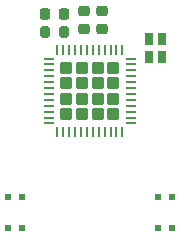
<source format=gbr>
%TF.GenerationSoftware,KiCad,Pcbnew,(5.99.0-10506-gb986797469)*%
%TF.CreationDate,2021-09-09T23:38:44+02:00*%
%TF.ProjectId,ESP31,45535033-312e-46b6-9963-61645f706362,rev?*%
%TF.SameCoordinates,Original*%
%TF.FileFunction,Paste,Top*%
%TF.FilePolarity,Positive*%
%FSLAX46Y46*%
G04 Gerber Fmt 4.6, Leading zero omitted, Abs format (unit mm)*
G04 Created by KiCad (PCBNEW (5.99.0-10506-gb986797469)) date 2021-09-09 23:38:44*
%MOMM*%
%LPD*%
G01*
G04 APERTURE LIST*
G04 Aperture macros list*
%AMRoundRect*
0 Rectangle with rounded corners*
0 $1 Rounding radius*
0 $2 $3 $4 $5 $6 $7 $8 $9 X,Y pos of 4 corners*
0 Add a 4 corners polygon primitive as box body*
4,1,4,$2,$3,$4,$5,$6,$7,$8,$9,$2,$3,0*
0 Add four circle primitives for the rounded corners*
1,1,$1+$1,$2,$3*
1,1,$1+$1,$4,$5*
1,1,$1+$1,$6,$7*
1,1,$1+$1,$8,$9*
0 Add four rect primitives between the rounded corners*
20,1,$1+$1,$2,$3,$4,$5,0*
20,1,$1+$1,$4,$5,$6,$7,0*
20,1,$1+$1,$6,$7,$8,$9,0*
20,1,$1+$1,$8,$9,$2,$3,0*%
G04 Aperture macros list end*
%ADD10RoundRect,0.225000X-0.225000X-0.250000X0.225000X-0.250000X0.225000X0.250000X-0.225000X0.250000X0*%
%ADD11RoundRect,0.225000X-0.250000X0.225000X-0.250000X-0.225000X0.250000X-0.225000X0.250000X0.225000X0*%
%ADD12RoundRect,0.250000X-0.285000X0.285000X-0.285000X-0.285000X0.285000X-0.285000X0.285000X0.285000X0*%
%ADD13RoundRect,0.062500X-0.062500X0.337500X-0.062500X-0.337500X0.062500X-0.337500X0.062500X0.337500X0*%
%ADD14RoundRect,0.062500X-0.337500X0.062500X-0.337500X-0.062500X0.337500X-0.062500X0.337500X0.062500X0*%
%ADD15RoundRect,0.200000X0.200000X0.275000X-0.200000X0.275000X-0.200000X-0.275000X0.200000X-0.275000X0*%
%ADD16R,0.600000X0.600000*%
%ADD17R,0.800000X1.000000*%
G04 APERTURE END LIST*
D10*
%TO.C,C1*%
X107725000Y-96500000D03*
X109275000Y-96500000D03*
%TD*%
D11*
%TO.C,C2*%
X111000000Y-96225000D03*
X111000000Y-97775000D03*
%TD*%
%TO.C,C3*%
X112500000Y-96225000D03*
X112500000Y-97775000D03*
%TD*%
D12*
%TO.C,U1*%
X113480000Y-104980000D03*
X112160000Y-102340000D03*
X112160000Y-104980000D03*
X113480000Y-103660000D03*
X113480000Y-102340000D03*
X112160000Y-103660000D03*
X110840000Y-101020000D03*
X109520000Y-103660000D03*
X112160000Y-101020000D03*
X113480000Y-101020000D03*
X110840000Y-102340000D03*
X109520000Y-102340000D03*
X109520000Y-104980000D03*
X109520000Y-101020000D03*
X110840000Y-104980000D03*
X110840000Y-103660000D03*
D13*
X114250000Y-99550000D03*
X113750000Y-99550000D03*
X113250000Y-99550000D03*
X112750000Y-99550000D03*
X112250000Y-99550000D03*
X111750000Y-99550000D03*
X111250000Y-99550000D03*
X110750000Y-99550000D03*
X110250000Y-99550000D03*
X109750000Y-99550000D03*
X109250000Y-99550000D03*
X108750000Y-99550000D03*
D14*
X108050000Y-100250000D03*
X108050000Y-100750000D03*
X108050000Y-101250000D03*
X108050000Y-101750000D03*
X108050000Y-102250000D03*
X108050000Y-102750000D03*
X108050000Y-103250000D03*
X108050000Y-103750000D03*
X108050000Y-104250000D03*
X108050000Y-104750000D03*
X108050000Y-105250000D03*
X108050000Y-105750000D03*
D13*
X108750000Y-106450000D03*
X109250000Y-106450000D03*
X109750000Y-106450000D03*
X110250000Y-106450000D03*
X110750000Y-106450000D03*
X111250000Y-106450000D03*
X111750000Y-106450000D03*
X112250000Y-106450000D03*
X112750000Y-106450000D03*
X113250000Y-106450000D03*
X113750000Y-106450000D03*
X114250000Y-106450000D03*
D14*
X114950000Y-105750000D03*
X114950000Y-105250000D03*
X114950000Y-104750000D03*
X114950000Y-104250000D03*
X114950000Y-103750000D03*
X114950000Y-103250000D03*
X114950000Y-102750000D03*
X114950000Y-102250000D03*
X114950000Y-101750000D03*
X114950000Y-101250000D03*
X114950000Y-100750000D03*
X114950000Y-100250000D03*
%TD*%
D15*
%TO.C,R1*%
X109325000Y-98000000D03*
X107675000Y-98000000D03*
%TD*%
D16*
%TO.C,SW1*%
X118456000Y-111984000D03*
X118456000Y-114584000D03*
X117256000Y-114584000D03*
X117256000Y-111984000D03*
%TD*%
%TO.C,SW2*%
X104556000Y-111984000D03*
X104556000Y-114584000D03*
X105756000Y-114584000D03*
X105756000Y-111984000D03*
%TD*%
D17*
%TO.C,D1*%
X117650000Y-98590000D03*
X117650000Y-100090000D03*
X116550000Y-100090000D03*
X116550000Y-98590000D03*
%TD*%
M02*

</source>
